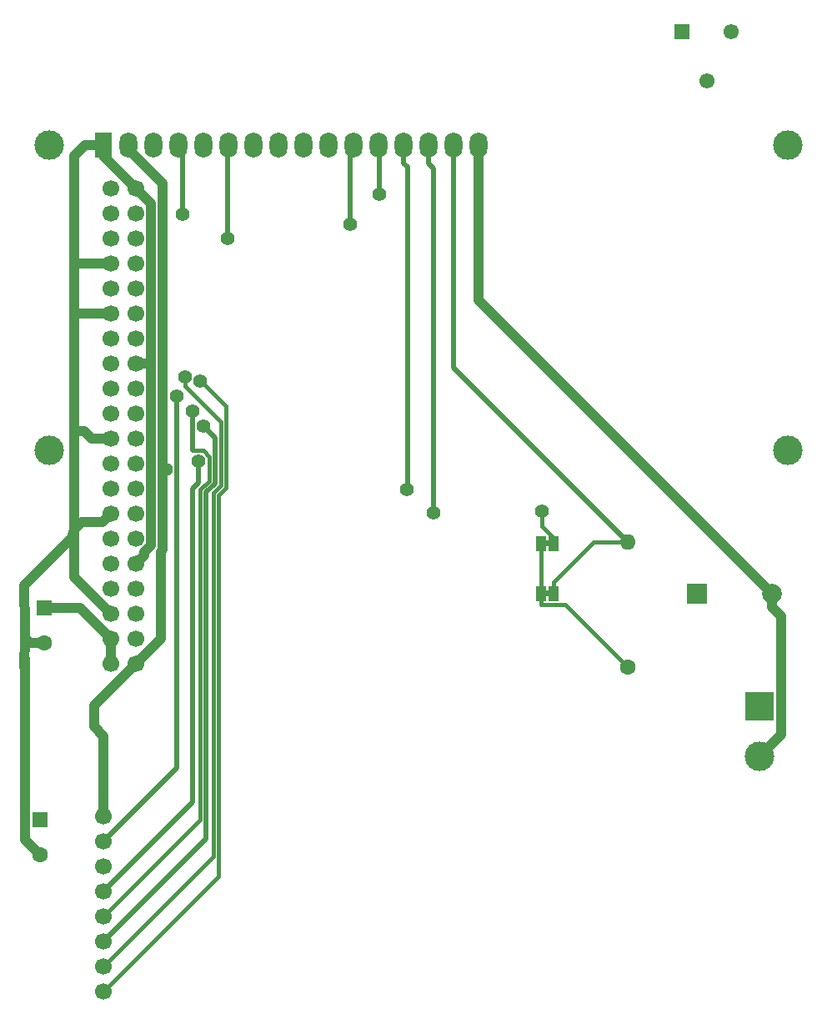
<source format=gbr>
G04 #@! TF.GenerationSoftware,KiCad,Pcbnew,5.1.5-52549c5~84~ubuntu18.04.1*
G04 #@! TF.CreationDate,2020-03-10T09:35:07+09:00*
G04 #@! TF.ProjectId,RFID-RC522_Raspberrypi,52464944-2d52-4433-9532-325f52617370,rev?*
G04 #@! TF.SameCoordinates,Original*
G04 #@! TF.FileFunction,Copper,L1,Top*
G04 #@! TF.FilePolarity,Positive*
%FSLAX46Y46*%
G04 Gerber Fmt 4.6, Leading zero omitted, Abs format (unit mm)*
G04 Created by KiCad (PCBNEW 5.1.5-52549c5~84~ubuntu18.04.1) date 2020-03-10 09:35:07*
%MOMM*%
%LPD*%
G04 APERTURE LIST*
%ADD10C,0.100000*%
%ADD11C,1.700000*%
%ADD12R,2.000000X2.000000*%
%ADD13C,2.000000*%
%ADD14R,1.600000X1.600000*%
%ADD15C,1.600000*%
%ADD16R,1.800000X2.600000*%
%ADD17O,1.800000X2.600000*%
%ADD18C,3.000000*%
%ADD19R,3.000000X3.000000*%
%ADD20R,1.000000X1.500000*%
%ADD21O,1.600000X1.600000*%
%ADD22C,1.550000*%
%ADD23R,1.550000X1.550000*%
%ADD24C,1.399540*%
%ADD25C,1.016000*%
%ADD26C,0.381000*%
%ADD27C,0.508000*%
G04 APERTURE END LIST*
D10*
G36*
X193290000Y-110790000D02*
G01*
X192790000Y-110790000D01*
X192790000Y-110190000D01*
X193290000Y-110190000D01*
X193290000Y-110790000D01*
G37*
G36*
X193290000Y-105710000D02*
G01*
X192790000Y-105710000D01*
X192790000Y-105110000D01*
X193290000Y-105110000D01*
X193290000Y-105710000D01*
G37*
D11*
X148730000Y-69370000D03*
X151270000Y-69370000D03*
X148730000Y-71910000D03*
X151270000Y-71910000D03*
X148730000Y-74450000D03*
X151270000Y-74450000D03*
X148730000Y-76990000D03*
X151270000Y-76990000D03*
X148730000Y-79530000D03*
X151270000Y-79530000D03*
X148730000Y-82070000D03*
X151270000Y-82070000D03*
X148730000Y-84610000D03*
X151270000Y-84610000D03*
X148730000Y-87150000D03*
X151270000Y-87150000D03*
X148730000Y-89690000D03*
X151270000Y-89690000D03*
X148730000Y-92230000D03*
X151270000Y-92230000D03*
X148730000Y-94770000D03*
X151270000Y-94770000D03*
X148730000Y-97310000D03*
X151270000Y-97310000D03*
X148730000Y-99850000D03*
X151270000Y-99850000D03*
X148730000Y-102390000D03*
X151270000Y-102390000D03*
X148730000Y-104930000D03*
X151270000Y-104930000D03*
X148730000Y-107470000D03*
X151270000Y-107470000D03*
X148730000Y-110010000D03*
X151270000Y-110010000D03*
X148730000Y-112550000D03*
X151270000Y-112550000D03*
X148730000Y-115090000D03*
X151270000Y-115090000D03*
X148730000Y-117630000D03*
X151270000Y-117630000D03*
X148000000Y-133110000D03*
X148000000Y-135650000D03*
X148000000Y-138190000D03*
X148000000Y-140730000D03*
X148000000Y-143270000D03*
X148000000Y-145810000D03*
X148000000Y-148350000D03*
X148000000Y-150890000D03*
D12*
X208280000Y-110490000D03*
D13*
X215880000Y-110490000D03*
D14*
X141500000Y-133500000D03*
D15*
X141500000Y-137000000D03*
D16*
X148000000Y-65000000D03*
D17*
X150540000Y-65000000D03*
X153080000Y-65000000D03*
X155620000Y-65000000D03*
X158160000Y-65000000D03*
X160700000Y-65000000D03*
X163240000Y-65000000D03*
X165780000Y-65000000D03*
X168320000Y-65000000D03*
X170860000Y-65000000D03*
X173400000Y-65000000D03*
X175940000Y-65000000D03*
X178480000Y-65000000D03*
X181020000Y-65000000D03*
X183560000Y-65000000D03*
X186100000Y-65000000D03*
D18*
X142500900Y-65000000D03*
X142500900Y-96000700D03*
X217499480Y-96000700D03*
X217500000Y-65000000D03*
D19*
X214630000Y-121920000D03*
D18*
X214630000Y-127000000D03*
D20*
X193690000Y-110490000D03*
X192390000Y-110490000D03*
X192390000Y-105410000D03*
X193690000Y-105410000D03*
D15*
X201250000Y-118000000D03*
D21*
X201250000Y-105300000D03*
D22*
X211750000Y-53500000D03*
D23*
X206750000Y-53500000D03*
D22*
X209250000Y-58500000D03*
D14*
X142000000Y-112000000D03*
D15*
X142000000Y-115500000D03*
D24*
X192506600Y-102158800D03*
X154346355Y-97934793D03*
X156000000Y-72000000D03*
X160550000Y-74450000D03*
X173000000Y-73000000D03*
X176000000Y-70000000D03*
X178790600Y-99974400D03*
X181533800Y-102311200D03*
X157000000Y-92000000D03*
X157816218Y-88896220D03*
X158103780Y-93528965D03*
X156303852Y-88473010D03*
X155450135Y-90457565D03*
X157662352Y-97101371D03*
D25*
X151270000Y-69370000D02*
X152778001Y-70878001D01*
X186100000Y-80710000D02*
X215880000Y-110490000D01*
X186100000Y-65000000D02*
X186100000Y-80710000D01*
X216129999Y-125500001D02*
X214630000Y-127000000D01*
X216788001Y-124841999D02*
X216129999Y-125500001D01*
X216788001Y-112812214D02*
X216788001Y-124841999D01*
X215880000Y-111904213D02*
X216788001Y-112812214D01*
X215880000Y-110490000D02*
X215880000Y-111904213D01*
X141122400Y-108508800D02*
X144653000Y-104978200D01*
X144653000Y-104978200D02*
X144658901Y-104997699D01*
X140700001Y-136200001D02*
X141500000Y-137000000D01*
X140041999Y-135541999D02*
X140700001Y-136200001D01*
X139969199Y-117969199D02*
X140000000Y-118000000D01*
X140970000Y-108686600D02*
X139969199Y-109687401D01*
X140041999Y-117166971D02*
X140000000Y-118000000D01*
X144653000Y-104978200D02*
X140970000Y-108686600D01*
X140000000Y-118000000D02*
X140041999Y-135541999D01*
X139969199Y-109687401D02*
X140000000Y-114000000D01*
X145760001Y-103239999D02*
X145000000Y-104000000D01*
X148730000Y-102390000D02*
X147880001Y-103239999D01*
X147880001Y-103239999D02*
X145760001Y-103239999D01*
X144658901Y-104997699D02*
X145000000Y-104000000D01*
X148730000Y-94770000D02*
X146770000Y-94770000D01*
X146000000Y-94000000D02*
X145000000Y-94000000D01*
X145000000Y-104000000D02*
X145000000Y-94000000D01*
X146770000Y-94770000D02*
X146000000Y-94000000D01*
X152778001Y-87221999D02*
X152706002Y-87150000D01*
X152778001Y-70878001D02*
X152778001Y-87221999D01*
X148000000Y-66100000D02*
X151270000Y-69370000D01*
X148000000Y-65000000D02*
X148000000Y-66100000D01*
X145000000Y-66084000D02*
X145000000Y-71000000D01*
X148000000Y-65000000D02*
X146084000Y-65000000D01*
X146084000Y-65000000D02*
X145000000Y-66084000D01*
X145010000Y-76990000D02*
X145000000Y-77000000D01*
X148730000Y-76990000D02*
X145010000Y-76990000D01*
X145000000Y-77000000D02*
X145000000Y-71000000D01*
X145070000Y-82070000D02*
X145000000Y-82000000D01*
X148730000Y-82070000D02*
X145070000Y-82070000D01*
X145000000Y-94000000D02*
X145000000Y-82000000D01*
X145000000Y-82000000D02*
X145000000Y-77000000D01*
X151270000Y-87150000D02*
X152706002Y-87150000D01*
X152119999Y-106620001D02*
X152119999Y-106311843D01*
X152778001Y-105653841D02*
X152778001Y-87221999D01*
X152119999Y-106311843D02*
X152778001Y-105653841D01*
X151270000Y-107470000D02*
X152119999Y-106620001D01*
X140484360Y-115500000D02*
X142000000Y-115500000D01*
X139992180Y-115007820D02*
X140484360Y-115500000D01*
X140000000Y-114000000D02*
X139992180Y-115007820D01*
X139992180Y-115007820D02*
X139969199Y-117969199D01*
X145000000Y-108820000D02*
X145000000Y-104000000D01*
X148730000Y-112550000D02*
X145000000Y-108820000D01*
X150540000Y-65000000D02*
X150540000Y-64180000D01*
D26*
X193690000Y-104847098D02*
X192506600Y-103663698D01*
X193690000Y-105410000D02*
X193690000Y-104847098D01*
X192506600Y-103663698D02*
X192506600Y-102158800D01*
D25*
X147000000Y-124000000D02*
X147000000Y-121900000D01*
X147000000Y-121900000D02*
X151270000Y-117630000D01*
X147966999Y-128916999D02*
X147966999Y-124966999D01*
X147966999Y-124966999D02*
X147000000Y-124000000D01*
X148000000Y-133110000D02*
X148000000Y-128950000D01*
X148000000Y-128950000D02*
X147966999Y-128916999D01*
X154000000Y-106080830D02*
X154000000Y-98000000D01*
X153817989Y-115082011D02*
X153817990Y-106262840D01*
X151270000Y-117630000D02*
X153817989Y-115082011D01*
X153817990Y-106262840D02*
X154000000Y-106080830D01*
X154000000Y-68860000D02*
X150540000Y-65400000D01*
X150540000Y-65400000D02*
X150540000Y-65000000D01*
X153944012Y-90046486D02*
X154000000Y-89990498D01*
X154000000Y-89990498D02*
X154000000Y-68860000D01*
X154000000Y-98000000D02*
X153944012Y-97944012D01*
X153944012Y-97944012D02*
X153944012Y-90046486D01*
D27*
X154000000Y-98000000D02*
X154281148Y-98000000D01*
X154281148Y-98000000D02*
X154346355Y-97934793D01*
X156000000Y-65380000D02*
X155620000Y-65000000D01*
X156000000Y-72000000D02*
X156000000Y-65380000D01*
X160550000Y-65150000D02*
X160700000Y-65000000D01*
X160550000Y-74450000D02*
X160550000Y-65150000D01*
X173000000Y-65400000D02*
X173400000Y-65000000D01*
X173000000Y-73000000D02*
X173000000Y-65400000D01*
X176000000Y-65060000D02*
X175940000Y-65000000D01*
X176000000Y-70000000D02*
X176000000Y-65060000D01*
X178480000Y-66808000D02*
X178866800Y-67194800D01*
X178480000Y-65000000D02*
X178480000Y-66808000D01*
X178866800Y-67194800D02*
X178866800Y-99898200D01*
X178866800Y-99898200D02*
X178790600Y-99974400D01*
X181020000Y-66808000D02*
X181533800Y-67321800D01*
X181020000Y-65000000D02*
X181020000Y-66808000D01*
X181533800Y-67321800D02*
X181533800Y-102311200D01*
X183560000Y-87610000D02*
X201250000Y-105300000D01*
X183560000Y-65000000D02*
X183560000Y-87610000D01*
D26*
X193690000Y-109359000D02*
X193690000Y-110490000D01*
X197749000Y-105300000D02*
X193690000Y-109359000D01*
X201250000Y-105300000D02*
X197749000Y-105300000D01*
X192390000Y-106541000D02*
X192390000Y-110490000D01*
X192390000Y-105410000D02*
X192390000Y-106541000D01*
X194871000Y-111621000D02*
X192390000Y-111621000D01*
X192390000Y-111621000D02*
X192390000Y-110490000D01*
X201250000Y-118000000D02*
X194871000Y-111621000D01*
X157000000Y-96000000D02*
X156984272Y-95556668D01*
D27*
X157000000Y-95000000D02*
X157000000Y-96000000D01*
X157000000Y-92000000D02*
X157000000Y-95000000D01*
X157000000Y-94687832D02*
X157000000Y-95000000D01*
D26*
X148000000Y-143270000D02*
X157820763Y-133449237D01*
X158702624Y-99068709D02*
X158702624Y-96602039D01*
X157820763Y-99950570D02*
X158702624Y-99068709D01*
X158100585Y-96000000D02*
X157000000Y-96000000D01*
X157820763Y-133449237D02*
X157820763Y-99950570D01*
X158702624Y-96602039D02*
X158100585Y-96000000D01*
X158515987Y-89595989D02*
X157816218Y-88896220D01*
X159675062Y-100528763D02*
X160422657Y-99781168D01*
X160422657Y-91502659D02*
X158515987Y-89595989D01*
X160422657Y-99781168D02*
X160422657Y-91502659D01*
X159675062Y-139214938D02*
X159675062Y-100528763D01*
X148000000Y-150890000D02*
X159675062Y-139214938D01*
D25*
X148730000Y-115090000D02*
X148730000Y-117630000D01*
X145640000Y-112000000D02*
X148730000Y-115090000D01*
X142000000Y-112000000D02*
X145640000Y-112000000D01*
D27*
X159297135Y-99314962D02*
X159297135Y-94722320D01*
X158415274Y-100196823D02*
X159297135Y-99314962D01*
X159297135Y-94722320D02*
X158803549Y-94228734D01*
X158803549Y-94228734D02*
X158103780Y-93528965D01*
X158415274Y-135394726D02*
X158415274Y-100196823D01*
X148000000Y-145810000D02*
X158415274Y-135394726D01*
D26*
X156303852Y-89462634D02*
X156303852Y-88473010D01*
X159144051Y-100308812D02*
X159891646Y-99561217D01*
X159891646Y-99561217D02*
X159891646Y-93050428D01*
X159891646Y-93050428D02*
X156303852Y-89462634D01*
X159144051Y-137205949D02*
X159144051Y-100308812D01*
X148000000Y-148350000D02*
X159144051Y-137205949D01*
D27*
X155450135Y-90457565D02*
X155450135Y-128199865D01*
X155450135Y-128199865D02*
X148000000Y-135650000D01*
X157062557Y-131667443D02*
X157062557Y-99868011D01*
X148000000Y-140730000D02*
X157062557Y-131667443D01*
X157062557Y-99868011D02*
X157662352Y-99268216D01*
X157662352Y-98090995D02*
X157662352Y-97101371D01*
X157662352Y-99268216D02*
X157662352Y-98090995D01*
M02*

</source>
